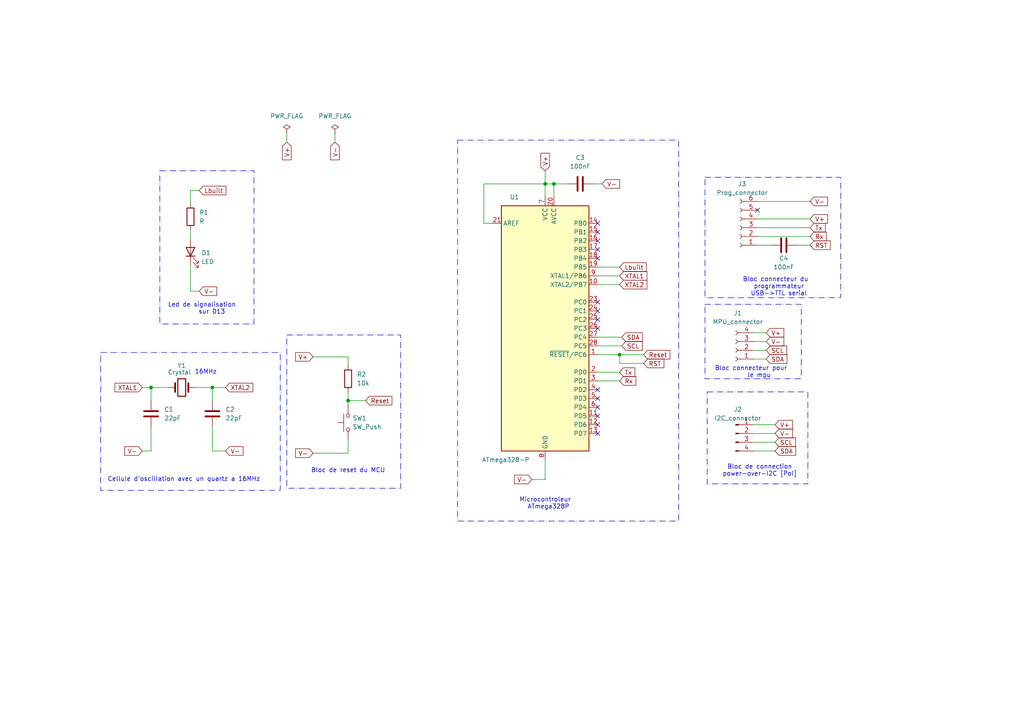
<source format=kicad_sch>
(kicad_sch (version 20250114) (generator "eeschema") (generator_version "9.0")
  (paper "A4")
  (lib_symbols
    (symbol "Connector:Conn_01x04_Pin" (pin_names (offset 1.016) (hide yes))
      (property "Reference" "J" (at 0 5.08 0))
      (property "Value" "Conn_01x04_Pin" (at 0 -7.62 0))
      (symbol "Conn_01x04_Pin_1_1"
        (rectangle (start 0.8636 2.667) (end 0 2.413) (stroke (width 0.1524)) (fill (type outline)))
        (rectangle (start 0.8636 0.127) (end 0 -0.127) (stroke (width 0.1524)) (fill (type outline)))
        (rectangle (start 0.8636 -2.413) (end 0 -2.667) (stroke (width 0.1524)) (fill (type outline)))
        (rectangle (start 0.8636 -4.953) (end 0 -5.207) (stroke (width 0.1524)) (fill (type outline)))
        (polyline (pts (xy 1.27 2.54) (xy 0.8636 2.54)) (stroke (width 0.1524)))
        (polyline (pts (xy 1.27 0) (xy 0.8636 0)) (stroke (width 0.1524)))
        (polyline (pts (xy 1.27 -2.54) (xy 0.8636 -2.54)) (stroke (width 0.1524)))
        (polyline (pts (xy 1.27 -5.08) (xy 0.8636 -5.08)) (stroke (width 0.1524)))
        (pin passive line (at 5.08 2.54 180) (length 3.81) (name "Pin_1") (number "1"))
        (pin passive line (at 5.08 0 180) (length 3.81) (name "Pin_2") (number "2"))
        (pin passive line (at 5.08 -2.54 180) (length 3.81) (name "Pin_3") (number "3"))
        (pin passive line (at 5.08 -5.08 180) (length 3.81) (name "Pin_4") (number "4"))
      )
    )
    (symbol "Connector:Conn_01x04_Socket" (pin_names (offset 1.016) (hide yes))
      (property "Reference" "J" (at 0 5.08 0))
      (property "Value" "Conn_01x04_Socket" (at 0 -7.62 0))
      (symbol "Conn_01x04_Socket_1_1"
        (polyline (pts (xy -1.27 2.54) (xy -0.508 2.54)) (stroke (width 0.1524)))
        (polyline (pts (xy -1.27 0) (xy -0.508 0)) (stroke (width 0.1524)))
        (polyline (pts (xy -1.27 -2.54) (xy -0.508 -2.54)) (stroke (width 0.1524)))
        (polyline (pts (xy -1.27 -5.08) (xy -0.508 -5.08)) (stroke (width 0.1524)))
        (arc (start 0 2.032) (mid -0.5058 2.54) (end 0 3.048) (stroke (width 0.1524)))
        (arc (start 0 -0.508) (mid -0.5058 0) (end 0 0.508) (stroke (width 0.1524)))
        (arc (start 0 -3.048) (mid -0.5058 -2.54) (end 0 -2.032) (stroke (width 0.1524)))
        (arc (start 0 -5.588) (mid -0.5058 -5.08) (end 0 -4.572) (stroke (width 0.1524)))
        (pin passive line (at -5.08 2.54 0) (length 3.81) (name "Pin_1") (number "1"))
        (pin passive line (at -5.08 0 0) (length 3.81) (name "Pin_2") (number "2"))
        (pin passive line (at -5.08 -2.54 0) (length 3.81) (name "Pin_3") (number "3"))
        (pin passive line (at -5.08 -5.08 0) (length 3.81) (name "Pin_4") (number "4"))
      )
    )
    (symbol "Connector:Conn_01x06_Socket" (pin_names (offset 1.016) (hide yes))
      (property "Reference" "J" (at 0 7.62 0))
      (property "Value" "Conn_01x06_Socket" (at 0 -10.16 0))
      (symbol "Conn_01x06_Socket_1_1"
        (polyline (pts (xy -1.27 5.08) (xy -0.508 5.08)) (stroke (width 0.1524)))
        (polyline (pts (xy -1.27 2.54) (xy -0.508 2.54)) (stroke (width 0.1524)))
        (polyline (pts (xy -1.27 0) (xy -0.508 0)) (stroke (width 0.1524)))
        (polyline (pts (xy -1.27 -2.54) (xy -0.508 -2.54)) (stroke (width 0.1524)))
        (polyline (pts (xy -1.27 -5.08) (xy -0.508 -5.08)) (stroke (width 0.1524)))
        (polyline (pts (xy -1.27 -7.62) (xy -0.508 -7.62)) (stroke (width 0.1524)))
        (arc (start 0 4.572) (mid -0.5058 5.08) (end 0 5.588) (stroke (width 0.1524)))
        (arc (start 0 2.032) (mid -0.5058 2.54) (end 0 3.048) (stroke (width 0.1524)))
        (arc (start 0 -0.508) (mid -0.5058 0) (end 0 0.508) (stroke (width 0.1524)))
        (arc (start 0 -3.048) (mid -0.5058 -2.54) (end 0 -2.032) (stroke (width 0.1524)))
        (arc (start 0 -5.588) (mid -0.5058 -5.08) (end 0 -4.572) (stroke (width 0.1524)))
        (arc (start 0 -8.128) (mid -0.5058 -7.62) (end 0 -7.112) (stroke (width 0.1524)))
        (pin passive line (at -5.08 5.08 0) (length 3.81) (name "Pin_1") (number "1"))
        (pin passive line (at -5.08 2.54 0) (length 3.81) (name "Pin_2") (number "2"))
        (pin passive line (at -5.08 0 0) (length 3.81) (name "Pin_3") (number "3"))
        (pin passive line (at -5.08 -2.54 0) (length 3.81) (name "Pin_4") (number "4"))
        (pin passive line (at -5.08 -5.08 0) (length 3.81) (name "Pin_5") (number "5"))
        (pin passive line (at -5.08 -7.62 0) (length 3.81) (name "Pin_6") (number "6"))
      )
    )
    (symbol "Device:C" (pin_numbers (hide yes)) (pin_names (offset 0.254))
      (property "Reference" "C" (at 0.635 2.54 0))
      (property "Value" "C" (at 0.635 -2.54 0))
      (symbol "C_0_1"
        (polyline (pts (xy -2.032 0.762) (xy 2.032 0.762)) (stroke (width 0.508)))
        (polyline (pts (xy -2.032 -0.762) (xy 2.032 -0.762)) (stroke (width 0.508)))
      )
      (symbol "C_1_1"
        (pin passive line (at 0 3.81 270) (length 2.794) (name "~") (number "1"))
        (pin passive line (at 0 -3.81 90) (length 2.794) (name "~") (number "2"))
      )
    )
    (symbol "Device:Crystal" (pin_numbers (hide yes)) (pin_names (offset 1.016) (hide yes))
      (property "Reference" "Y" (at 0 3.81 0))
      (property "Value" "Crystal" (at 0 -3.81 0))
      (symbol "Crystal_0_1"
        (polyline (pts (xy -2.54 0) (xy -1.905 0)))
        (polyline (pts (xy -1.905 -1.27) (xy -1.905 1.27)) (stroke (width 0.508)))
        (rectangle (start -1.143 2.54) (end 1.143 -2.54) (stroke (width 0.3048)))
        (polyline (pts (xy 1.905 -1.27) (xy 1.905 1.27)) (stroke (width 0.508)))
        (polyline (pts (xy 2.54 0) (xy 1.905 0)))
      )
      (symbol "Crystal_1_1"
        (pin passive line (at -3.81 0 0) (length 1.27) (name "1") (number "1"))
        (pin passive line (at 3.81 0 180) (length 1.27) (name "2") (number "2"))
      )
    )
    (symbol "Device:LED" (pin_numbers (hide yes)) (pin_names (offset 1.016) (hide yes))
      (property "Reference" "D" (at 0 2.54 0))
      (property "Value" "LED" (at 0 -2.54 0))
      (symbol "LED_0_1"
        (polyline (pts (xy -3.048 -0.762) (xy -4.572 -2.286) (xy -3.81 -2.286) (xy -4.572 -2.286) (xy -4.572 -1.524)))
        (polyline (pts (xy -1.778 -0.762) (xy -3.302 -2.286) (xy -2.54 -2.286) (xy -3.302 -2.286) (xy -3.302 -1.524)))
        (polyline (pts (xy -1.27 0) (xy 1.27 0)))
        (polyline (pts (xy -1.27 -1.27) (xy -1.27 1.27)) (stroke (width 0.254)))
        (polyline (pts (xy 1.27 -1.27) (xy 1.27 1.27) (xy -1.27 0) (xy 1.27 -1.27)) (stroke (width 0.254)))
      )
      (symbol "LED_1_1"
        (pin passive line (at -3.81 0 0) (length 2.54) (name "K") (number "1"))
        (pin passive line (at 3.81 0 180) (length 2.54) (name "A") (number "2"))
      )
    )
    (symbol "Device:R" (pin_numbers (hide yes)) (pin_names (offset 0))
      (property "Reference" "R" (at 2.032 0 90))
      (property "Value" "R" (at 0 0 90))
      (symbol "R_0_1"
        (rectangle (start -1.016 -2.54) (end 1.016 2.54) (stroke (width 0.254)))
      )
      (symbol "R_1_1"
        (pin passive line (at 0 3.81 270) (length 1.27) (name "~") (number "1"))
        (pin passive line (at 0 -3.81 90) (length 1.27) (name "~") (number "2"))
      )
    )
    (symbol "MCU_Microchip_ATmega:ATmega328-P"
      (property "Reference" "U" (at -12.7 36.83 0))
      (property "Value" "ATmega328-P" (at 2.54 -36.83 0))
      (symbol "ATmega328-P_0_1"
        (rectangle (start -12.7 -35.56) (end 12.7 35.56) (stroke (width 0.254)) (fill (type background)))
      )
      (symbol "ATmega328-P_1_1"
        (pin passive line (at -15.24 30.48 0) (length 2.54) (name "AREF") (number "21"))
        (pin power_in line (at 0 38.1 270) (length 2.54) (name "VCC") (number "7"))
        (pin passive line (at 0 -38.1 90) (length 2.54) (hide yes) (name "GND") (number "22"))
        (pin power_in line (at 0 -38.1 90) (length 2.54) (name "GND") (number "8"))
        (pin power_in line (at 2.54 38.1 270) (length 2.54) (name "AVCC") (number "20"))
        (pin bidirectional line (at 15.24 30.48 180) (length 2.54) (name "PB0") (number "14"))
        (pin bidirectional line (at 15.24 27.94 180) (length 2.54) (name "PB1") (number "15"))
        (pin bidirectional line (at 15.24 25.4 180) (length 2.54) (name "PB2") (number "16"))
        (pin bidirectional line (at 15.24 22.86 180) (length 2.54) (name "PB3") (number "17"))
        (pin bidirectional line (at 15.24 20.32 180) (length 2.54) (name "PB4") (number "18"))
        (pin bidirectional line (at 15.24 17.78 180) (length 2.54) (name "PB5") (number "19"))
        (pin bidirectional line (at 15.24 15.24 180) (length 2.54) (name "XTAL1/PB6") (number "9"))
        (pin bidirectional line (at 15.24 12.7 180) (length 2.54) (name "XTAL2/PB7") (number "10"))
        (pin bidirectional line (at 15.24 7.62 180) (length 2.54) (name "PC0") (number "23"))
        (pin bidirectional line (at 15.24 5.08 180) (length 2.54) (name "PC1") (number "24"))
        (pin bidirectional line (at 15.24 2.54 180) (length 2.54) (name "PC2") (number "25"))
        (pin bidirectional line (at 15.24 0 180) (length 2.54) (name "PC3") (number "26"))
        (pin bidirectional line (at 15.24 -2.54 180) (length 2.54) (name "PC4") (number "27"))
        (pin bidirectional line (at 15.24 -5.08 180) (length 2.54) (name "PC5") (number "28"))
        (pin bidirectional line (at 15.24 -7.62 180) (length 2.54) (name "~{RESET}/PC6") (number "1"))
        (pin bidirectional line (at 15.24 -12.7 180) (length 2.54) (name "PD0") (number "2"))
        (pin bidirectional line (at 15.24 -15.24 180) (length 2.54) (name "PD1") (number "3"))
        (pin bidirectional line (at 15.24 -17.78 180) (length 2.54) (name "PD2") (number "4"))
        (pin bidirectional line (at 15.24 -20.32 180) (length 2.54) (name "PD3") (number "5"))
        (pin bidirectional line (at 15.24 -22.86 180) (length 2.54) (name "PD4") (number "6"))
        (pin bidirectional line (at 15.24 -25.4 180) (length 2.54) (name "PD5") (number "11"))
        (pin bidirectional line (at 15.24 -27.94 180) (length 2.54) (name "PD6") (number "12"))
        (pin bidirectional line (at 15.24 -30.48 180) (length 2.54) (name "PD7") (number "13"))
      )
    )
    (symbol "Switch:SW_Push" (pin_numbers (hide yes)) (pin_names (offset 1.016) (hide yes))
      (property "Reference" "SW" (at 1.27 2.54 0))
      (property "Value" "SW_Push" (at 0 -1.524 0))
      (symbol "SW_Push_0_1"
        (circle (center -2.032 0) (radius 0.508))
        (polyline (pts (xy 0 1.27) (xy 0 3.048)))
        (circle (center 2.032 0) (radius 0.508))
        (polyline (pts (xy 2.54 1.27) (xy -2.54 1.27)))
        (pin passive line (at -5.08 0 0) (length 2.54) (name "1") (number "1"))
        (pin passive line (at 5.08 0 180) (length 2.54) (name "2") (number "2"))
      )
    )
    (symbol "power:PWR_FLAG" (power) (pin_numbers (hide yes)) (pin_names (offset 0) (hide yes))
      (property "Value" "PWR_FLAG" (at 0 3.81 0))
      (symbol "PWR_FLAG_0_0"
        (pin power_out line (at 0 0 90) (length 0) (name "~") (number "1"))
      )
      (symbol "PWR_FLAG_0_1"
        (polyline (pts (xy 0 0) (xy 0 1.27) (xy -1.016 1.905) (xy 0 2.54) (xy 1.016 1.905) (xy 0 1.27)))
      )
    )
  )
  (rectangle (start 29.21 102.235) (end 81.28 142.24) (stroke (width 0) (type dash_dot)))
  (rectangle (start 132.715 40.64) (end 196.85 151.13) (stroke (width 0) (type dash_dot)))
  (rectangle (start 204.47 51.435) (end 243.84 86.36) (stroke (width 0) (type dash_dot)))
  (rectangle (start 46.355 49.53) (end 73.66 93.98) (stroke (width 0) (type dash_dot)))
  (rectangle (start 205.105 113.665) (end 234.315 140.335) (stroke (width 0) (type dash_dot)))
  (rectangle (start 204.47 88.265) (end 232.41 109.855) (stroke (width 0) (type dash_dot)))
  (rectangle (start 83.185 97.155) (end 116.205 141.605) (stroke (width 0) (type dash_dot)))
  (text "Bloc connecteur pour\n	le mpu" (at 217.805 107.95 0) (effects (font (size 1.27 1.27))))
  (text "Microcontroleur\n  ATmega328P" (at 158.115 146.05 0) (effects (font (size 1.27 1.27))))
  (text "Led de signalisation \n	sur D13" (at 59.055 89.535 0) (effects (font (size 1.27 1.27))))
  (text "Cellule d'oscillation avec un quartz a 16MHz" (at 53.34 139.065 0) (effects (font (size 1.27 1.27))))
  (text "16MHz" (at 59.69 107.95 0) (effects (font (size 1.27 1.27))))
  (text "Bloc connecteur du \n programmateur\n USB->TTL serial" (at 225.425 83.185 0) (effects (font (size 1.27 1.27))))
  (text "Bloc de connection\npower-over-I2C [PoI]" (at 220.345 136.525 0) (effects (font (size 1.27 1.27))))
  (text "Bloc de reset du MCU" (at 100.965 136.525 0) (effects (font (size 1.27 1.27))))
  (junction (at 179.705 102.87))
  (junction (at 61.595 112.395))
  (junction (at 100.965 116.205))
  (junction (at 158.115 53.34))
  (junction (at 160.655 53.34))
  (junction (at 43.815 112.395))
  (no_connect (at 173.355 90.17))
  (no_connect (at 173.355 115.57))
  (no_connect (at 173.355 67.31))
  (no_connect (at 173.355 123.19))
  (no_connect (at 173.355 72.39))
  (no_connect (at 173.355 118.11))
  (no_connect (at 173.355 113.03))
  (no_connect (at 173.355 69.85))
  (no_connect (at 173.355 92.71))
  (no_connect (at 173.355 74.93))
  (no_connect (at 173.355 95.25))
  (no_connect (at 219.71 60.96))
  (no_connect (at 173.355 120.65))
  (no_connect (at 173.355 125.73))
  (no_connect (at 173.355 64.77))
  (no_connect (at 173.355 87.63))
  (wire (pts (xy 100.965 127.635) (xy 100.965 131.445)))
  (wire (pts (xy 173.355 102.87) (xy 179.705 102.87)))
  (wire (pts (xy 83.185 38.735) (xy 83.185 41.275)))
  (wire (pts (xy 142.875 64.77) (xy 140.335 64.77)))
  (wire (pts (xy 97.155 38.735) (xy 97.155 41.275)))
  (wire (pts (xy 61.595 112.395) (xy 61.595 116.205)))
  (wire (pts (xy 173.355 82.55) (xy 179.705 82.55)))
  (wire (pts (xy 173.355 97.79) (xy 180.34 97.79)))
  (wire (pts (xy 57.785 55.245) (xy 55.245 55.245)))
  (wire (pts (xy 61.595 123.825) (xy 61.595 130.81)))
  (wire (pts (xy 173.355 107.95) (xy 179.705 107.95)))
  (wire (pts (xy 154.305 139.065) (xy 158.115 139.065)))
  (wire (pts (xy 219.71 63.5) (xy 234.95 63.5)))
  (wire (pts (xy 100.965 113.665) (xy 100.965 116.205)))
  (wire (pts (xy 41.275 112.395) (xy 43.815 112.395)))
  (wire (pts (xy 218.44 99.06) (xy 222.25 99.06)))
  (wire (pts (xy 158.115 49.53) (xy 158.115 53.34)))
  (wire (pts (xy 160.655 57.15) (xy 160.655 53.34)))
  (wire (pts (xy 41.275 130.81) (xy 43.815 130.81)))
  (wire (pts (xy 173.355 100.33) (xy 180.34 100.33)))
  (wire (pts (xy 186.69 105.41) (xy 179.705 105.41)))
  (wire (pts (xy 172.085 53.34) (xy 174.625 53.34)))
  (wire (pts (xy 219.71 66.04) (xy 234.95 66.04)))
  (wire (pts (xy 218.44 123.19) (xy 224.79 123.19)))
  (wire (pts (xy 218.44 101.6) (xy 222.25 101.6)))
  (wire (pts (xy 65.405 130.81) (xy 61.595 130.81)))
  (wire (pts (xy 100.965 131.445) (xy 90.805 131.445)))
  (wire (pts (xy 43.815 112.395) (xy 48.895 112.395)))
  (wire (pts (xy 158.115 53.34) (xy 158.115 57.15)))
  (wire (pts (xy 173.355 110.49) (xy 179.705 110.49)))
  (wire (pts (xy 158.115 133.35) (xy 158.115 139.065)))
  (wire (pts (xy 106.045 116.205) (xy 100.965 116.205)))
  (wire (pts (xy 56.515 112.395) (xy 61.595 112.395)))
  (wire (pts (xy 160.655 53.34) (xy 158.115 53.34)))
  (wire (pts (xy 231.14 71.12) (xy 234.95 71.12)))
  (wire (pts (xy 179.705 102.87) (xy 186.69 102.87)))
  (wire (pts (xy 43.815 130.81) (xy 43.815 123.825)))
  (wire (pts (xy 61.595 112.395) (xy 65.405 112.395)))
  (wire (pts (xy 43.815 112.395) (xy 43.815 116.205)))
  (wire (pts (xy 218.44 96.52) (xy 222.25 96.52)))
  (wire (pts (xy 219.71 58.42) (xy 234.95 58.42)))
  (wire (pts (xy 55.245 76.835) (xy 55.245 84.455)))
  (wire (pts (xy 90.805 103.505) (xy 100.965 103.505)))
  (wire (pts (xy 173.355 80.01) (xy 179.705 80.01)))
  (wire (pts (xy 218.44 104.14) (xy 222.25 104.14)))
  (wire (pts (xy 219.71 71.12) (xy 223.52 71.12)))
  (wire (pts (xy 55.245 66.675) (xy 55.245 69.215)))
  (wire (pts (xy 140.335 53.34) (xy 158.115 53.34)))
  (wire (pts (xy 218.44 125.73) (xy 224.79 125.73)))
  (wire (pts (xy 179.705 105.41) (xy 179.705 102.87)))
  (wire (pts (xy 218.44 130.81) (xy 224.79 130.81)))
  (wire (pts (xy 140.335 64.77) (xy 140.335 53.34)))
  (wire (pts (xy 218.44 128.27) (xy 224.79 128.27)))
  (wire (pts (xy 55.245 55.245) (xy 55.245 59.055)))
  (wire (pts (xy 100.965 103.505) (xy 100.965 106.045)))
  (wire (pts (xy 57.785 84.455) (xy 55.245 84.455)))
  (wire (pts (xy 219.71 68.58) (xy 234.95 68.58)))
  (wire (pts (xy 100.965 116.205) (xy 100.965 117.475)))
  (wire (pts (xy 160.655 53.34) (xy 164.465 53.34)))
  (wire (pts (xy 173.355 77.47) (xy 179.705 77.47)))
  (global_label "SCL" (shape input) (at 224.79 128.27 0) (property "Intersheetrefs" "${INTERSHEET_REFS}" (effects (hide yes))))
  (global_label "SCL" (shape input) (at 180.34 100.33 0) (property "Intersheetrefs" "${INTERSHEET_REFS}" (effects (hide yes))))
  (global_label "RST" (shape input) (at 234.95 71.12 0) (property "Intersheetrefs" "${INTERSHEET_REFS}" (effects (hide yes))))
  (global_label "Reset" (shape input) (at 186.69 102.87 0) (property "Intersheetrefs" "${INTERSHEET_REFS}" (effects (hide yes))))
  (global_label "V-" (shape input) (at 65.405 130.81 0) (property "Intersheetrefs" "${INTERSHEET_REFS}" (effects (hide yes))))
  (global_label "Lbuilt" (shape input) (at 179.705 77.47 0) (property "Intersheetrefs" "${INTERSHEET_REFS}" (effects (hide yes))))
  (global_label "SDA" (shape input) (at 180.34 97.79 0) (property "Intersheetrefs" "${INTERSHEET_REFS}" (effects (hide yes))))
  (global_label "XTAL1" (shape input) (at 179.705 80.01 0) (property "Intersheetrefs" "${INTERSHEET_REFS}" (effects (hide yes))))
  (global_label "Tx" (shape input) (at 179.705 107.95 0) (property "Intersheetrefs" "${INTERSHEET_REFS}" (effects (hide yes))))
  (global_label "V+" (shape input) (at 90.805 103.505 180) (property "Intersheetrefs" "${INTERSHEET_REFS}" (effects (hide yes))))
  (global_label "Reset" (shape input) (at 106.045 116.205 0) (property "Intersheetrefs" "${INTERSHEET_REFS}" (effects (hide yes))))
  (global_label "V-" (shape input) (at 90.805 131.445 180) (property "Intersheetrefs" "${INTERSHEET_REFS}" (effects (hide yes))))
  (global_label "Rx" (shape input) (at 234.95 68.58 0) (property "Intersheetrefs" "${INTERSHEET_REFS}" (effects (hide yes))))
  (global_label "SDA" (shape input) (at 222.25 104.14 0) (property "Intersheetrefs" "${INTERSHEET_REFS}" (effects (hide yes))))
  (global_label "SCL" (shape input) (at 222.25 101.6 0) (property "Intersheetrefs" "${INTERSHEET_REFS}" (effects (hide yes))))
  (global_label "V-" (shape input) (at 224.79 125.73 0) (property "Intersheetrefs" "${INTERSHEET_REFS}" (effects (hide yes))))
  (global_label "V-" (shape input) (at 174.625 53.34 0) (property "Intersheetrefs" "${INTERSHEET_REFS}" (effects (hide yes))))
  (global_label "V+" (shape input) (at 224.79 123.19 0) (property "Intersheetrefs" "${INTERSHEET_REFS}" (effects (hide yes))))
  (global_label "Tx" (shape input) (at 234.95 66.04 0) (property "Intersheetrefs" "${INTERSHEET_REFS}" (effects (hide yes))))
  (global_label "V+" (shape input) (at 222.25 96.52 0) (property "Intersheetrefs" "${INTERSHEET_REFS}" (effects (hide yes))))
  (global_label "XTAL2" (shape input) (at 179.705 82.55 0) (property "Intersheetrefs" "${INTERSHEET_REFS}" (effects (hide yes))))
  (global_label "SDA" (shape input) (at 224.79 130.81 0) (property "Intersheetrefs" "${INTERSHEET_REFS}" (effects (hide yes))))
  (global_label "XTAL1" (shape input) (at 41.275 112.395 180) (property "Intersheetrefs" "${INTERSHEET_REFS}" (effects (hide yes))))
  (global_label "V-" (shape input) (at 97.155 41.275 270) (property "Intersheetrefs" "${INTERSHEET_REFS}" (effects (hide yes))))
  (global_label "V-" (shape input) (at 154.305 139.065 180) (property "Intersheetrefs" "${INTERSHEET_REFS}" (effects (hide yes))))
  (global_label "V-" (shape input) (at 234.95 58.42 0) (property "Intersheetrefs" "${INTERSHEET_REFS}" (effects (hide yes))))
  (global_label "V-" (shape input) (at 222.25 99.06 0) (property "Intersheetrefs" "${INTERSHEET_REFS}" (effects (hide yes))))
  (global_label "V-" (shape input) (at 57.785 84.455 0) (property "Intersheetrefs" "${INTERSHEET_REFS}" (effects (hide yes))))
  (global_label "V+" (shape input) (at 83.185 41.275 270) (property "Intersheetrefs" "${INTERSHEET_REFS}" (effects (hide yes))))
  (global_label "Rx" (shape input) (at 179.705 110.49 0) (property "Intersheetrefs" "${INTERSHEET_REFS}" (effects (hide yes))))
  (global_label "Lbuilt" (shape input) (at 57.785 55.245 0) (property "Intersheetrefs" "${INTERSHEET_REFS}" (effects (hide yes))))
  (global_label "XTAL2" (shape input) (at 65.405 112.395 0) (property "Intersheetrefs" "${INTERSHEET_REFS}" (effects (hide yes))))
  (global_label "V+" (shape input) (at 158.115 49.53 90) (property "Intersheetrefs" "${INTERSHEET_REFS}" (effects (hide yes))))
  (global_label "RST" (shape input) (at 186.69 105.41 0) (property "Intersheetrefs" "${INTERSHEET_REFS}" (effects (hide yes))))
  (global_label "V-" (shape input) (at 41.275 130.81 180) (property "Intersheetrefs" "${INTERSHEET_REFS}" (effects (hide yes))))
  (global_label "V+" (shape input) (at 234.95 63.5 0) (property "Intersheetrefs" "${INTERSHEET_REFS}" (effects (hide yes))))
  (symbol (lib_id "Device:C") (at 61.595 120.015 0) (unit 1)
    (property "Reference" "C2" (at 65.405 118.7449 0) (effects (justify left)))
    (property "Value" "22pF" (at 65.405 121.2849 0) (effects (justify left)))
    (property "Footprint" "Capacitor_THT:C_Disc_D7.5mm_W5.0mm_P7.50mm" (effects (hide yes)))
    (property "Description" "Unpolarized capacitor" (effects (hide yes)))
  )
  (symbol (lib_id "Connector:Conn_01x04_Socket") (at 213.36 101.6 180) (unit 1)
    (property "Reference" "J1" (at 213.995 90.805 0))
    (property "Value" "MPU_connector" (at 213.995 93.345 0))
    (property "Footprint" "Connector_PinSocket_2.54mm:PinSocket_1x04_P2.54mm_Vertical" (effects (hide yes)))
    (property "Description" "Generic connector, single row, 01x04, script generated" (effects (hide yes)))
  )
  (symbol (lib_id "Device:Crystal") (at 52.705 112.395 180) (unit 1)
    (property "Reference" "Y1" (at 52.705 106.045 0))
    (property "Value" "Crystal" (at 52.07 107.95 0))
    (property "Footprint" "Crystal:Crystal_HC49-U_Vertical" (effects (hide yes)))
    (property "Description" "Two pin crystal" (effects (hide yes)))
  )
  (symbol (lib_id "Device:C") (at 227.33 71.12 90) (unit 1)
    (property "Reference" "C4" (at 227.33 74.93 90))
    (property "Value" "100nF" (at 227.33 77.47 90))
    (property "Footprint" "Capacitor_THT:C_Disc_D10.5mm_W5.0mm_P10.00mm" (effects (hide yes)))
    (property "Description" "Unpolarized capacitor" (effects (hide yes)))
  )
  (symbol (lib_id "Device:R") (at 55.245 62.865 0) (unit 1)
    (property "Reference" "R1" (at 57.785 61.5949 0) (effects (justify left)))
    (property "Value" "R" (at 57.785 64.1349 0) (effects (justify left)))
    (property "Footprint" "Resistor_THT:R_Axial_DIN0207_L6.3mm_D2.5mm_P7.62mm_Horizontal" (effects (hide yes)))
    (property "Description" "Resistor" (effects (hide yes)))
  )
  (symbol (lib_id "Connector:Conn_01x04_Pin") (at 213.36 125.73 0) (unit 1)
    (property "Reference" "J2" (at 213.995 118.745 0))
    (property "Value" "I2C_connector" (at 213.995 121.285 0))
    (property "Footprint" "Connector_JST:JST_EH_S4B-EH_1x04_P2.50mm_Horizontal" (effects (hide yes)))
    (property "Description" "Generic connector, single row, 01x04, script generated" (effects (hide yes)))
  )
  (symbol (lib_id "Switch:SW_Push") (at 100.965 122.555 90) (unit 1)
    (property "Reference" "SW1" (at 102.235 121.2849 90) (effects (justify right)))
    (property "Value" "SW_Push" (at 102.235 123.8249 90) (effects (justify right)))
    (property "Footprint" "Button_Switch_THT:SW_PUSH_6mm" (effects (hide yes)))
    (property "Description" "Push button switch, generic, two pins" (effects (hide yes)))
  )
  (symbol (lib_id "Device:C") (at 43.815 120.015 0) (unit 1)
    (property "Reference" "C1" (at 47.625 118.7449 0) (effects (justify left)))
    (property "Value" "22pF" (at 47.625 121.2849 0) (effects (justify left)))
    (property "Footprint" "Capacitor_THT:C_Disc_D7.5mm_W5.0mm_P7.50mm" (effects (hide yes)))
    (property "Description" "Unpolarized capacitor" (effects (hide yes)))
  )
  (symbol (lib_id "power:PWR_FLAG") (at 97.155 38.735 0) (unit 1)
    (property "Reference" "#FLG02" (effects (hide yes)))
    (property "Value" "PWR_FLAG" (at 97.155 33.655 0))
    (property "Description" "Special symbol for telling ERC where power comes from" (effects (hide yes)))
  )
  (symbol (lib_id "power:PWR_FLAG") (at 83.185 38.735 0) (unit 1)
    (property "Reference" "#FLG01" (effects (hide yes)))
    (property "Value" "PWR_FLAG" (at 83.185 33.655 0))
    (property "Description" "Special symbol for telling ERC where power comes from" (effects (hide yes)))
  )
  (symbol (lib_id "Device:LED") (at 55.245 73.025 90) (unit 1)
    (property "Reference" "D1" (at 58.42 73.3424 90) (effects (justify right)))
    (property "Value" "LED" (at 58.42 75.8824 90) (effects (justify right)))
    (property "Footprint" "LED_THT:LED_D3.0mm" (effects (hide yes)))
    (property "Description" "Light emitting diode" (effects (hide yes)))
    (property "Sim.Pins" "1=K 2=A" (effects (hide yes)))
  )
  (symbol (lib_id "Device:R") (at 100.965 109.855 0) (unit 1)
    (property "Reference" "R2" (at 103.505 108.5849 0) (effects (justify left)))
    (property "Value" "10k" (at 103.505 111.1249 0) (effects (justify left)))
    (property "Footprint" "Resistor_THT:R_Axial_DIN0207_L6.3mm_D2.5mm_P7.62mm_Horizontal" (effects (hide yes)))
    (property "Description" "Resistor" (effects (hide yes)))
  )
  (symbol (lib_id "MCU_Microchip_ATmega:ATmega328-P") (at 158.115 95.25 0) (unit 1)
    (property "Reference" "U1" (at 149.225 57.15 0))
    (property "Value" "ATmega328-P" (at 146.685 133.35 0))
    (property "Footprint" "Package_DIP:DIP-28_W7.62mm" (effects (hide yes)))
    (property "Datasheet" "http://ww1.microchip.com/downloads/en/DeviceDoc/ATmega328_P%20AVR%20MCU%20with%20picoPower%20Technology%20Data%20Sheet%2040001984A.pdf" (effects (hide yes)))
    (property "Description" "20MHz, 32kB Flash, 2kB SRAM, 1kB EEPROM, DIP-28" (effects (hide yes)))
  )
  (symbol (lib_id "Connector:Conn_01x06_Socket") (at 214.63 66.04 180) (unit 1)
    (property "Reference" "J3" (at 215.265 53.34 0))
    (property "Value" "Prog_connector" (at 215.265 55.88 0))
    (property "Footprint" "Connector_PinSocket_2.54mm:PinSocket_1x06_P2.54mm_Horizontal" (effects (hide yes)))
    (property "Description" "Generic connector, single row, 01x06, script generated" (effects (hide yes)))
  )
  (symbol (lib_id "Device:C") (at 168.275 53.34 90) (unit 1)
    (property "Reference" "C3" (at 168.275 45.72 90))
    (property "Value" "100nF" (at 168.275 48.26 90))
    (property "Footprint" "Capacitor_THT:C_Disc_D10.5mm_W5.0mm_P10.00mm" (effects (hide yes)))
    (property "Description" "Unpolarized capacitor" (effects (hide yes)))
  )
)
</source>
